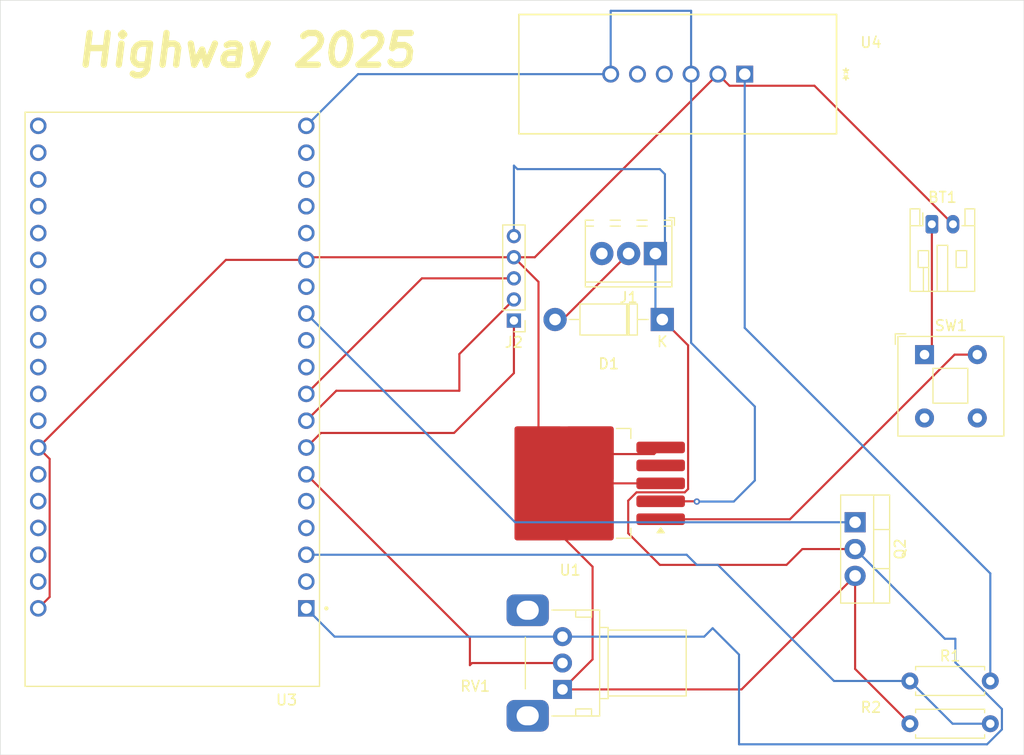
<source format=kicad_pcb>
(kicad_pcb (version 20240108) (generator "pcbnew") (generator_version "8.0")
  (layers (0 "F.Cu" signal) (31 "B.Cu" signal) (34 "B.Paste" user) (35 "F.Paste" user) (36 "B.SilkS" user "B.Silkscreen") (37 "F.SilkS" user "F.Silkscreen") (38 "B.Mask" user) (39 "F.Mask" user) (44 "Edge.Cuts" user))
  (net 0 "")
  (net 1 "Net-(BT1-+)")
  (net 2 "Net-(BT1--)")
  (net 3 "Net-(J2-Pin_3)")
  (net 5 "Net-(D1-A)")
  (net 6 "Net-(D1-K)")
  (net 7 "Net-(U4-VOUT)")
  (net 35 "Net-(J2-Pin_1)")
  (net 36 "Net-(J2-Pin_2)")
  (net 37 "Net-(Q2-G)")
  (net 38 "Net-(U3-SENSOR_VP)")
  (net 39 "Net-(U3-IO35)")
  (net 40 "Net-(SW1-B)")
  (net 41 "Net-(U1-OUT)")
  (footprint "Resistor_THT:R_Axial_DIN0207_L6.3mm_D2.5mm_P7.62mm_Horizontal" (layer "F.Cu") (at 173.69 116.55)
    (property "Reference" "R2" (at -3.69 -1.55 0) (layer "F.SilkS"))
    (property "Value" "15k")
    (fp_line (start 0.54 -1.37) (end 7.08 -1.37) (stroke (width 0.12)) (layer "F.SilkS"))
    (fp_line (start 0.54 -1.04) (end 0.54 -1.37) (stroke (width 0.12)) (layer "F.SilkS"))
    (fp_line (start 0.54 1.04) (end 0.54 1.37) (stroke (width 0.12)) (layer "F.SilkS"))
    (fp_line (start 0.54 1.37) (end 7.08 1.37) (stroke (width 0.12)) (layer "F.SilkS"))
    (fp_line (start 7.08 -1.37) (end 7.08 -1.04) (stroke (width 0.12)) (layer "F.SilkS"))
    (fp_line (start 7.08 1.37) (end 7.08 1.04) (stroke (width 0.12)) (layer "F.SilkS"))
    (pad "1" thru_hole circle (at 0 0) (size 1.6 1.6) (drill 0.8) (layers "*.Cu" "*.Mask") (net 2 "Net-(BT1--)"))
    (pad "2" thru_hole oval (at 7.62 0) (size 1.6 1.6) (drill 0.8) (layers "*.Cu" "*.Mask") (net 38 "Net-(U3-SENSOR_VP)"))
  )
  (footprint "Potentiometer_THT:Potentiometer_Alps_RK09K_Single_Horizontal" (layer "F.Cu") (at 140.775 113.3 180)
    (property "Reference" "RV1" (at 8.275 0.3 0) (layer "F.SilkS"))
    (property "Value" "R_Potentiometer")
    (fp_line (start 3.52 4.944) (end 3.52 0.055) (stroke (width 0.12)) (layer "F.SilkS"))
    (fp_line (start 1 7.521) (end -1.25 7.521) (stroke (width 0.12)) (layer "F.SilkS"))
    (fp_line (start -1.25 -2.52) (end 1 -2.52) (stroke (width 0.12)) (layer "F.SilkS"))
    (fp_line (start -2.75 7.521) (end -3.52 7.521) (stroke (width 0.12)) (layer "F.SilkS"))
    (fp_line (start -2.75 -2.52) (end -3.52 -2.52) (stroke (width 0.12)) (layer "F.SilkS"))
    (fp_line (start -3.52 7.521) (end -3.52 -2.52) (stroke (width 0.12)) (layer "F.SilkS"))
    (fp_line (start -3.52 5.87) (end -4.32 5.87) (stroke (width 0.12)) (layer "F.SilkS"))
    (fp_line (start -3.52 -0.87) (end -4.32 -0.87) (stroke (width 0.12)) (layer "F.SilkS"))
    (fp_line (start -4.32 5.87) (end -4.32 -0.87) (stroke (width 0.12)) (layer "F.SilkS"))
    (fp_line (start -4.32 5.62) (end -11.72 5.62) (stroke (width 0.12)) (layer "F.SilkS"))
    (fp_line (start -4.32 -0.62) (end -11.72 -0.62) (stroke (width 0.12)) (layer "F.SilkS"))
    (fp_line (start -11.72 5.62) (end -11.72 -0.62) (stroke (width 0.12)) (layer "F.SilkS"))
    (fp_rect (start -2.75 6.85) (end -1.25 7.521) (stroke (width 0.12)) (fill none) (layer "F.SilkS"))
    (fp_rect (start -2.75 -2.52) (end -1.25 -1.85) (stroke (width 0.12)) (fill none) (layer "F.SilkS"))
    (pad "1" thru_hole rect (at 0 0) (size 1.8 1.8) (drill 1) (layers "*.Cu" "*.Mask") (net 2 "Net-(BT1--)"))
    (pad "2" thru_hole circle (at 0 2.5) (size 1.8 1.8) (drill 1) (layers "*.Cu" "*.Mask") (net 39 "Net-(U3-IO35)"))
    (pad "3" thru_hole circle (at 0 5) (size 1.8 1.8) (drill 1) (layers "*.Cu" "*.Mask") (net 6 "Net-(D1-K)"))
    (pad "MP" thru_hole roundrect (at 3.3 -2.5) (size 4 3) (drill oval 2.1 1.8) (layers "*.Cu" "*.Mask"))
    (pad "MP" thru_hole roundrect (at 3.3 7.5) (size 4 3) (drill oval 2.1 1.8) (layers "*.Cu" "*.Mask"))
  )
  (footprint "TerminalBlock_Phoenix:TerminalBlock_Phoenix_MPT-0,5-3-2.54_1x03_P2.54mm_Horizontal" (layer "F.Cu") (at 149.58 72 180)
    (property "Reference" "J1" (at 2.54 -4.16 0) (layer "F.SilkS"))
    (property "Value" "DC_Air_Pump")
    (fp_line (start 6.64 -3.16) (end 6.64 3.16) (stroke (width 0.12)) (layer "F.SilkS"))
    (fp_line (start 5.87 3.16) (end 6.64 3.16) (stroke (width 0.12)) (layer "F.SilkS"))
    (fp_line (start 5.87 2.6) (end 6.64 2.6) (stroke (width 0.12)) (layer "F.SilkS"))
    (fp_line (start 3.33 3.16) (end 4.29 3.16) (stroke (width 0.12)) (layer "F.SilkS"))
    (fp_line (start 3.33 2.6) (end 4.29 2.6) (stroke (width 0.12)) (layer "F.SilkS"))
    (fp_line (start 0.79 3.16) (end 1.75 3.16) (stroke (width 0.12)) (layer "F.SilkS"))
    (fp_line (start 0.79 2.6) (end 1.75 2.6) (stroke (width 0.12)) (layer "F.SilkS"))
    (fp_line (start -1.56 3.16) (end -0.79 3.16) (stroke (width 0.12)) (layer "F.SilkS"))
    (fp_line (start -1.56 2.6) (end -0.79 2.6) (stroke (width 0.12)) (layer "F.SilkS"))
    (fp_line (start -1.56 -2.7) (end 6.64 -2.7) (stroke (width 0.12)) (layer "F.SilkS"))
    (fp_line (start -1.56 -3.16) (end 6.64 -3.16) (stroke (width 0.12)) (layer "F.SilkS"))
    (fp_line (start -1.56 -3.16) (end -1.56 3.16) (stroke (width 0.12)) (layer "F.SilkS"))
    (fp_line (start -1.8 3.4) (end -1.3 3.4) (stroke (width 0.12)) (layer "F.SilkS"))
    (fp_line (start -1.8 2.66) (end -1.8 3.4) (stroke (width 0.12)) (layer "F.SilkS"))
    (pad "" np_thru_hole circle (at 0 2.54 180) (size 1.1 1.1) (drill 1.1) (layers "*.Cu" "*.Mask"))
    (pad "" np_thru_hole circle (at 2.54 2.54 180) (size 1.1 1.1) (drill 1.1) (layers "*.Cu" "*.Mask"))
    (pad "" np_thru_hole circle (at 5.08 2.54 180) (size 1.1 1.1) (drill 1.1) (layers "*.Cu" "*.Mask"))
    (pad "1" thru_hole rect (at 0 0 180) (size 2.2 2.2) (drill 1.1) (layers "*.Cu" "*.Mask") (net 6 "Net-(D1-K)"))
    (pad "2" thru_hole circle (at 2.54 0 180) (size 2.2 2.2) (drill 1.1) (layers "*.Cu" "*.Mask") (net 5 "Net-(D1-A)"))
    (pad "3" thru_hole circle (at 5.08 0 180) (size 2.2 2.2) (drill 1.1) (layers "*.Cu" "*.Mask"))
  )
  (footprint "Package_TO_SOT_THT:TO-220-3_Vertical" (layer "F.Cu") (at 168.5 97.46 -90)
    (property "Reference" "Q2" (at 2.54 -4.27 90) (layer "F.SilkS"))
    (property "Value" "IRLZ44N")
    (fp_line (start -2.58 1.371) (end 7.66 1.371) (stroke (width 0.12)) (layer "F.SilkS"))
    (fp_line (start -2.58 -1.76) (end 7.66 -1.76) (stroke (width 0.12)) (layer "F.SilkS"))
    (fp_line (start -2.58 -3.27) (end -2.58 1.371) (stroke (width 0.12)) (layer "F.SilkS"))
    (fp_line (start -2.58 -3.27) (end 7.66 -3.27) (stroke (width 0.12)) (layer "F.SilkS"))
    (fp_line (start 0.69 -3.27) (end 0.69 -1.76) (stroke (width 0.12)) (layer "F.SilkS"))
    (fp_line (start 4.391 -3.27) (end 4.391 -1.76) (stroke (width 0.12)) (layer "F.SilkS"))
    (fp_line (start 7.66 -3.27) (end 7.66 1.371) (stroke (width 0.12)) (layer "F.SilkS"))
    (pad "1" thru_hole rect (at 0 0 270) (size 1.905 2) (drill 1.1) (layers "*.Cu" "*.Mask") (net 37 "Net-(Q2-G)"))
    (pad "2" thru_hole oval (at 2.54 0 270) (size 1.905 2) (drill 1.1) (layers "*.Cu" "*.Mask") (net 6 "Net-(D1-K)"))
    (pad "3" thru_hole oval (at 5.08 0 270) (size 1.905 2) (drill 1.1) (layers "*.Cu" "*.Mask") (net 2 "Net-(BT1--)"))
  )
  (footprint "ESP32_controller:MODULE_ESP32-DEVKITC-32D" (layer "F.Cu") (at 103.8 85.86 180)
    (property "Reference" "U3" (at -10.829175 -28.446045 0) (layer "F.SilkS") (effects (font (size 1.000386 1.000386))))
    (property "Value" "ESP32-DEVKITC-32D")
    (fp_line (start 13.95 27.25) (end -13.95 27.25) (stroke (width 0.127)) (layer "F.SilkS"))
    (fp_line (start 13.95 -27.15) (end 13.95 27.25) (stroke (width 0.127)) (layer "F.SilkS"))
    (fp_line (start -13.95 27.25) (end -13.95 -27.15) (stroke (width 0.127)) (layer "F.SilkS"))
    (fp_line (start -13.95 -27.15) (end 13.95 -27.15) (stroke (width 0.127)) (layer "F.SilkS"))
    (fp_circle (center -14.6 -19.76) (end -14.5 -19.76) (stroke (width 0.2)) (fill none) (layer "F.SilkS"))
    (pad "J2-1" thru_hole rect (at -12.7 -19.76 180) (size 1.56 1.56) (drill 1.04) (layers "*.Cu" "*.Mask") (net 6 "Net-(D1-K)"))
    (pad "J2-2" thru_hole circle (at -12.7 -17.22 180) (size 1.56 1.56) (drill 1.04) (layers "*.Cu" "*.Mask"))
    (pad "J2-3" thru_hole circle (at -12.7 -14.68 180) (size 1.56 1.56) (drill 1.04) (layers "*.Cu" "*.Mask") (net 38 "Net-(U3-SENSOR_VP)"))
    (pad "J2-4" thru_hole circle (at -12.7 -12.14 180) (size 1.56 1.56) (drill 1.04) (layers "*.Cu" "*.Mask"))
    (pad "J2-5" thru_hole circle (at -12.7 -9.6 180) (size 1.56 1.56) (drill 1.04) (layers "*.Cu" "*.Mask"))
    (pad "J2-6" thru_hole circle (at -12.7 -7.06 180) (size 1.56 1.56) (drill 1.04) (layers "*.Cu" "*.Mask") (net 39 "Net-(U3-IO35)"))
    (pad "J2-7" thru_hole circle (at -12.7 -4.52 180) (size 1.56 1.56) (drill 1.04) (layers "*.Cu" "*.Mask") (net 35 "Net-(J2-Pin_1)"))
    (pad "J2-8" thru_hole circle (at -12.7 -1.98 180) (size 1.56 1.56) (drill 1.04) (layers "*.Cu" "*.Mask") (net 36 "Net-(J2-Pin_2)"))
    (pad "J2-9" thru_hole circle (at -12.7 0.56 180) (size 1.56 1.56) (drill 1.04) (layers "*.Cu" "*.Mask") (net 3 "Net-(J2-Pin_3)"))
    (pad "J2-10" thru_hole circle (at -12.7 3.1 180) (size 1.56 1.56) (drill 1.04) (layers "*.Cu" "*.Mask"))
    (pad "J2-11" thru_hole circle (at -12.7 5.64 180) (size 1.56 1.56) (drill 1.04) (layers "*.Cu" "*.Mask"))
    (pad "J2-12" thru_hole circle (at -12.7 8.18 180) (size 1.56 1.56) (drill 1.04) (layers "*.Cu" "*.Mask") (net 37 "Net-(Q2-G)"))
    (pad "J2-13" thru_hole circle (at -12.7 10.72 180) (size 1.56 1.56) (drill 1.04) (layers "*.Cu" "*.Mask"))
    (pad "J2-14" thru_hole circle (at -12.7 13.26 180) (size 1.56 1.56) (drill 1.04) (layers "*.Cu" "*.Mask") (net 2 "Net-(BT1--)"))
    (pad "J2-15" thru_hole circle (at -12.7 15.8 180) (size 1.56 1.56) (drill 1.04) (layers "*.Cu" "*.Mask"))
    (pad "J2-16" thru_hole circle (at -12.7 18.34 180) (size 1.56 1.56) (drill 1.04) (layers "*.Cu" "*.Mask"))
    (pad "J2-17" thru_hole circle (at -12.7 20.88 180) (size 1.56 1.56) (drill 1.04) (layers "*.Cu" "*.Mask"))
    (pad "J2-18" thru_hole circle (at -12.7 23.42 180) (size 1.56 1.56) (drill 1.04) (layers "*.Cu" "*.Mask"))
    (pad "J2-19" thru_hole circle (at -12.7 25.96 180) (size 1.56 1.56) (drill 1.04) (layers "*.Cu" "*.Mask") (net 41 "Net-(U1-OUT)"))
    (pad "J3-1" thru_hole circle (at 12.7 -19.76 180) (size 1.56 1.56) (drill 1.04) (layers "*.Cu" "*.Mask") (net 2 "Net-(BT1--)"))
    (pad "J3-2" thru_hole circle (at 12.7 -17.22 180) (size 1.56 1.56) (drill 1.04) (layers "*.Cu" "*.Mask"))
    (pad "J3-3" thru_hole circle (at 12.7 -14.68 180) (size 1.56 1.56) (drill 1.04) (layers "*.Cu" "*.Mask"))
    (pad "J3-4" thru_hole circle (at 12.7 -12.14 180) (size 1.56 1.56) (drill 1.04) (layers "*.Cu" "*.Mask"))
    (pad "J3-5" thru_hole circle (at 12.7 -9.6 180) (size 1.56 1.56) (drill 1.04) (layers "*.Cu" "*.Mask"))
    (pad "J3-6" thru_hole circle (at 12.7 -7.06 180) (size 1.56 1.56) (drill 1.04) (layers "*.Cu" "*.Mask"))
    (pad "J3-7" thru_hole circle (at 12.7 -4.52 180) (size 1.56 1.56) (drill 1.04) (layers "*.Cu" "*.Mask") (net 2 "Net-(BT1--)"))
    (pad "J3-8" thru_hole circle (at 12.7 -1.98 180) (size 1.56 1.56) (drill 1.04) (layers "*.Cu" "*.Mask"))
    (pad "J3-9" thru_hole circle (at 12.7 0.56 180) (size 1.56 1.56) (drill 1.04) (layers "*.Cu" "*.Mask"))
    (pad "J3-10" thru_hole circle (at 12.7 3.1 180) (size 1.56 1.56) (drill 1.04) (layers "*.Cu" "*.Mask"))
    (pad "J3-11" thru_hole circle (at 12.7 5.64 180) (size 1.56 1.56) (drill 1.04) (layers "*.Cu" "*.Mask"))
    (pad "J3-12" thru_hole circle (at 12.7 8.18 180) (size 1.56 1.56) (drill 1.04) (layers "*.Cu" "*.Mask"))
    (pad "J3-13" thru_hole circle (at 12.7 10.72 180) (size 1.56 1.56) (drill 1.04) (layers "*.Cu" "*.Mask"))
    (pad "J3-14" thru_hole circle (at 12.7 13.26 180) (size 1.56 1.56) (drill 1.04) (layers "*.Cu" "*.Mask"))
    (pad "J3-15" thru_hole circle (at 12.7 15.8 180) (size 1.56 1.56) (drill 1.04) (layers "*.Cu" "*.Mask"))
    (pad "J3-16" thru_hole circle (at 12.7 18.34 180) (size 1.56 1.56) (drill 1.04) (layers "*.Cu" "*.Mask"))
    (pad "J3-17" thru_hole circle (at 12.7 20.88 180) (size 1.56 1.56) (drill 1.04) (layers "*.Cu" "*.Mask"))
    (pad "J3-18" thru_hole circle (at 12.7 23.42 180) (size 1.56 1.56) (drill 1.04) (layers "*.Cu" "*.Mask"))
    (pad "J3-19" thru_hole circle (at 12.7 25.96 180) (size 1.56 1.56) (drill 1.04) (layers "*.Cu" "*.Mask"))
  )
  (footprint "Connector_JST:JST_PH_S2B-PH-K_1x02_P2.00mm_Horizontal" (layer "F.Cu") (at 175.7725 69.2225)
    (property "Reference" "BT1" (at 1 -2.55 0) (layer "F.SilkS"))
    (property "Value" "Battery_Cell")
    (fp_line (start -2.06 -1.46) (end -2.06 6.36) (stroke (width 0.12)) (layer "F.SilkS"))
    (fp_line (start -2.06 0.14) (end -1.14 0.14) (stroke (width 0.12)) (layer "F.SilkS"))
    (fp_line (start -2.06 6.36) (end 4.06 6.36) (stroke (width 0.12)) (layer "F.SilkS"))
    (fp_line (start -1.3 2.5) (end -1.3 4.1) (stroke (width 0.12)) (layer "F.SilkS"))
    (fp_line (start -1.3 4.1) (end -0.3 4.1) (stroke (width 0.12)) (layer "F.SilkS"))
    (fp_line (start -1.14 -1.46) (end -2.06 -1.46) (stroke (width 0.12)) (layer "F.SilkS"))
    (fp_line (start -1.14 0.14) (end -1.14 -1.46) (stroke (width 0.12)) (layer "F.SilkS"))
    (fp_line (start -0.86 0.14) (end -1.14 0.14) (stroke (width 0.12)) (layer "F.SilkS"))
    (fp_line (start -0.86 0.14) (end -0.86 -1.075) (stroke (width 0.12)) (layer "F.SilkS"))
    (fp_line (start -0.8 4.1) (end -0.8 6.36) (stroke (width 0.12)) (layer "F.SilkS"))
    (fp_line (start -0.3 2.5) (end -1.3 2.5) (stroke (width 0.12)) (layer "F.SilkS"))
    (fp_line (start -0.3 4.1) (end -0.3 2.5) (stroke (width 0.12)) (layer "F.SilkS"))
    (fp_line (start -0.3 4.1) (end -0.3 6.36) (stroke (width 0.12)) (layer "F.SilkS"))
    (fp_line (start 0.5 2) (end 1.5 2) (stroke (width 0.12)) (layer "F.SilkS"))
    (fp_line (start 0.5 6.36) (end 0.5 2) (stroke (width 0.12)) (layer "F.SilkS"))
    (fp_line (start 1.5 2) (end 1.5 6.36) (stroke (width 0.12)) (layer "F.SilkS"))
    (fp_line (start 2.3 2.5) (end 3.3 2.5) (stroke (width 0.12)) (layer "F.SilkS"))
    (fp_line (start 2.3 4.1) (end 2.3 2.5) (stroke (width 0.12)) (layer "F.SilkS"))
    (fp_line (start 3.14 -1.46) (end 3.14 0.14) (stroke (width 0.12)) (layer "F.SilkS"))
    (fp_line (start 3.14 0.14) (end 2.86 0.14) (stroke (width 0.12)) (layer "F.SilkS"))
    (fp_line (start 3.3 2.5) (end 3.3 4.1) (stroke (width 0.12)) (layer "F.SilkS"))
    (fp_line (start 3.3 4.1) (end 2.3 4.1) (stroke (width 0.12)) (layer "F.SilkS"))
    (fp_line (start 4.06 -1.46) (end 3.14 -1.46) (stroke (width 0.12)) (layer "F.SilkS"))
    (fp_line (start 4.06 0.14) (end 3.14 0.14) (stroke (width 0.12)) (layer "F.SilkS"))
    (fp_line (start 4.06 6.36) (end 4.06 -1.46) (stroke (width 0.12)) (layer "F.SilkS"))
    (pad "1" thru_hole roundrect (at 0 0) (size 1.2 1.75) (drill 0.75) (layers "*.Cu" "*.Mask") (roundrect_rratio 0.208333) (net 1 "Net-(BT1-+)"))
    (pad "2" thru_hole oval (at 2 0) (size 1.2 1.75) (drill 0.75) (layers "*.Cu" "*.Mask") (net 2 "Net-(BT1--)"))
  )
  (footprint "controller:MPX5010DP_MOT" (layer "F.Cu") (at 158.04 55 180)
    (property "Reference" "U4" (at -11.96 3 0) (layer "F.SilkS"))
    (property "Value" "MPX5010DP")
    (fp_line (start 21.3995 5.6515) (end 21.3995 -5.6515) (stroke (width 0.1524)) (layer "F.SilkS"))
    (fp_line (start 21.3995 -5.6515) (end -8.6995 -5.6515) (stroke (width 0.1524)) (layer "F.SilkS"))
    (fp_line (start -8.6995 5.6515) (end 21.3995 5.6515) (stroke (width 0.1524)) (layer "F.SilkS"))
    (fp_line (start -8.6995 -5.6515) (end -8.6995 5.6515) (stroke (width 0.1524)) (layer "F.SilkS"))
    (fp_text user "*" (at -9.5885 0 0) (layer "F.SilkS"))
    (fp_text user "*" (at -9.5885 0 180) (layer "F.SilkS"))
    (pad "1" thru_hole rect (at 0 0 180) (size 1.6002 1.6002) (drill 1.0922) (layers "*.Cu" "*.Mask") (net 7 "Net-(U4-VOUT)"))
    (pad "2" thru_hole circle (at 2.54 0 180) (size 1.6002 1.6002) (drill 1.0922) (layers "*.Cu" "*.Mask") (net 2 "Net-(BT1--)"))
    (pad "3" thru_hole circle (at 5.08 0 180) (size 1.6002 1.6002) (drill 1.0922) (layers "*.Cu" "*.Mask") (net 41 "Net-(U1-OUT)"))
    (pad "4" thru_hole circle (at 7.62 0 180) (size 1.6002 1.6002) (drill 1.0922) (layers "*.Cu" "*.Mask"))
    (pad "5" thru_hole circle (at 10.16 0 180) (size 1.6002 1.6002) (drill 1.0922) (layers "*.Cu" "*.Mask"))
    (pad "6" thru_hole circle (at 12.7 0 180) (size 1.6002 1.6002) (drill 1.0922) (layers "*.Cu" "*.Mask") (net 41 "Net-(U1-OUT)"))
  )
  (footprint "Connector_PinHeader_2.00mm:PinHeader_1x05_P2.00mm_Vertical" (layer "F.Cu") (at 136.17 78.35 180)
    (property "Reference" "J2" (at 0 -2.06 0) (layer "F.SilkS"))
    (property "Value" "ESP32_Joystick_Module")
    (fp_line (start 1.06 1) (end 1.06 9.06) (stroke (width 0.12)) (layer "F.SilkS"))
    (fp_line (start -1.06 9.06) (end 1.06 9.06) (stroke (width 0.12)) (layer "F.SilkS"))
    (fp_line (start -1.06 1) (end 1.06 1) (stroke (width 0.12)) (layer "F.SilkS"))
    (fp_line (start -1.06 1) (end -1.06 9.06) (stroke (width 0.12)) (layer "F.SilkS"))
    (fp_line (start -1.06 0) (end -1.06 -1.06) (stroke (width 0.12)) (layer "F.SilkS"))
    (fp_line (start -1.06 -1.06) (end 0 -1.06) (stroke (width 0.12)) (layer "F.SilkS"))
    (pad "1" thru_hole rect (at 0 0 180) (size 1.35 1.35) (drill 0.8) (layers "*.Cu" "*.Mask") (net 35 "Net-(J2-Pin_1)"))
    (pad "2" thru_hole oval (at 0 2 180) (size 1.35 1.35) (drill 0.8) (layers "*.Cu" "*.Mask") (net 36 "Net-(J2-Pin_2)"))
    (pad "3" thru_hole oval (at 0 4 180) (size 1.35 1.35) (drill 0.8) (layers "*.Cu" "*.Mask") (net 3 "Net-(J2-Pin_3)"))
    (pad "4" thru_hole oval (at 0 6 180) (size 1.35 1.35) (drill 0.8) (layers "*.Cu" "*.Mask") (net 2 "Net-(BT1--)"))
    (pad "5" thru_hole oval (at 0 8 180) (size 1.35 1.35) (drill 0.8) (layers "*.Cu" "*.Mask") (net 6 "Net-(D1-K)"))
  )
  (footprint "Resistor_THT:R_Axial_DIN0207_L6.3mm_D2.5mm_P7.62mm_Horizontal" (layer "F.Cu") (at 173.69 112.5)
    (property "Reference" "R1" (at 3.81 -2.37 0) (layer "F.SilkS"))
    (property "Value" "10k")
    (fp_line (start 0.54 -1.37) (end 7.08 -1.37) (stroke (width 0.12)) (layer "F.SilkS"))
    (fp_line (start 0.54 -1.04) (end 0.54 -1.37) (stroke (width 0.12)) (layer "F.SilkS"))
    (fp_line (start 0.54 1.04) (end 0.54 1.37) (stroke (width 0.12)) (layer "F.SilkS"))
    (fp_line (start 0.54 1.37) (end 7.08 1.37) (stroke (width 0.12)) (layer "F.SilkS"))
    (fp_line (start 7.08 -1.37) (end 7.08 -1.04) (stroke (width 0.12)) (layer "F.SilkS"))
    (fp_line (start 7.08 1.37) (end 7.08 1.04) (stroke (width 0.12)) (layer "F.SilkS"))
    (pad "1" thru_hole circle (at 0 0) (size 1.6 1.6) (drill 0.8) (layers "*.Cu" "*.Mask") (net 38 "Net-(U3-SENSOR_VP)"))
    (pad "2" thru_hole oval (at 7.62 0) (size 1.6 1.6) (drill 0.8) (layers "*.Cu" "*.Mask") (net 7 "Net-(U4-VOUT)"))
  )
  (footprint "Button_Switch_THT:SW_Push_2P1T_Toggle_CK_PVA1xxH1xxxxxxV2" (layer "F.Cu") (at 175.0775 81.5775)
    (property "Reference" "SW1" (at 2.5 -2.75 0) (layer "F.SilkS"))
    (property "Value" "SW_SPST")
    (fp_line (start -2.77 -0.97) (end -2.77 -1.97) (stroke (width 0.12)) (layer "F.SilkS"))
    (fp_line (start -2.52 7.72) (end -2.52 -1.72) (stroke (width 0.12)) (layer "F.SilkS"))
    (fp_line (start -1.77 -1.97) (end -2.77 -1.97) (stroke (width 0.12)) (layer "F.SilkS"))
    (fp_line (start 0.8 1.3) (end 0.8 4.6) (stroke (width 0.12)) (layer "F.SilkS"))
    (fp_line (start 4.1 1.3) (end 0.8 1.3) (stroke (width 0.12)) (layer "F.SilkS"))
    (fp_line (start 4.1 1.3) (end 4.1 4.6) (stroke (width 0.12)) (layer "F.SilkS"))
    (fp_line (start 4.1 4.6) (end 0.8 4.6) (stroke (width 0.12)) (layer "F.SilkS"))
    (fp_line (start 7.52 -1.72) (end -2.52 -1.72) (stroke (width 0.12)) (layer "F.SilkS"))
    (fp_line (start 7.52 7.72) (end -2.52 7.72) (stroke (width 0.12)) (layer "F.SilkS"))
    (fp_line (start 7.52 7.72) (end 7.52 -1.72) (stroke (width 0.12)) (layer "F.SilkS"))
    (pad "1" thru_hole rect (at 0 0) (size 1.8 1.8) (drill 0.9) (layers "*.Cu" "*.Mask") (net 1 "Net-(BT1-+)"))
    (pad "2" thru_hole circle (at 5 0) (size 1.8 1.8) (drill 0.9) (layers "*.Cu" "*.Mask") (net 40 "Net-(SW1-B)"))
    (pad "3" thru_hole circle (at 0 6) (size 1.8 1.8) (drill 0.9) (layers "*.Cu" "*.Mask"))
    (pad "4" thru_hole circle (at 5 6) (size 1.8 1.8) (drill 0.9) (layers "*.Cu" "*.Mask"))
  )
  (footprint "Diode_THT:D_DO-41_SOD81_P10.16mm_Horizontal" (layer "F.Cu") (at 150.23 78.25 180)
    (property "Reference" "D1" (at 5.08 -4.195 0) (layer "F.SilkS"))
    (property "Value" "1N4007")
    (fp_line (start 8.82 0) (end 7.8 0) (stroke (width 0.12)) (layer "F.SilkS"))
    (fp_line (start 7.8 1.47) (end 7.8 -1.47) (stroke (width 0.12)) (layer "F.SilkS"))
    (fp_line (start 7.8 -1.47) (end 2.36 -1.47) (stroke (width 0.12)) (layer "F.SilkS"))
    (fp_line (start 3.38 -1.47) (end 3.38 1.47) (stroke (width 0.12)) (layer "F.SilkS"))
    (fp_line (start 3.26 -1.47) (end 3.26 1.47) (stroke (width 0.12)) (layer "F.SilkS"))
    (fp_line (start 3.14 -1.47) (end 3.14 1.47) (stroke (width 0.12)) (layer "F.SilkS"))
    (fp_line (start 2.36 1.47) (end 7.8 1.47) (stroke (width 0.12)) (layer "F.SilkS"))
    (fp_line (start 2.36 -1.47) (end 2.36 1.47) (stroke (width 0.12)) (layer "F.SilkS"))
    (fp_line (start 1.34 0) (end 2.36 0) (stroke (width 0.12)) (layer "F.SilkS"))
    (fp_text user "K" (at 0 -2.1 0) (layer "F.SilkS"))
    (pad "1" thru_hole rect (at 0 0 180) (size 2.2 2.2) (drill 1.1) (layers "*.Cu" "*.Mask") (net 6 "Net-(D1-K)"))
    (pad "2" thru_hole oval (at 10.16 0 180) (size 2.2 2.2) (drill 1.1) (layers "*.Cu" "*.Mask") (net 5 "Net-(D1-A)"))
  )
  (footprint "Package_TO_SOT_SMD:TO-263-5_TabPin3" (layer "F.Cu") (at 142.425 93.775 180)
    (property "Reference" "U1" (at 0.925 -8.225 0) (layer "F.SilkS"))
    (property "Value" "LM2596S-5")
    (fp_line (start -3.46 5.2) (end -4.825 5.2) (stroke (width 0.12)) (layer "F.SilkS"))
    (fp_line (start -3.46 -5.2) (end -4.825 -5.2) (stroke (width 0.12)) (layer "F.SilkS"))
    (fp_line (start -4.825 5.2) (end -4.825 4.25) (stroke (width 0.12)) (layer "F.SilkS"))
    (fp_line (start -4.825 -5.2) (end -4.825 -4.25) (stroke (width 0.12)) (layer "F.SilkS"))
    (fp_poly (pts (xy -7.65 -4.21) (xy -7.99 -4.68) (xy -7.31 -4.68) (xy -7.65 -4.21)) (stroke (width 0.12)) (fill solid) (layer "F.SilkS"))
    (pad "1" smd roundrect (at -7.65 -3.4 180) (size 4.6 1.1) (layers "F.Cu" "F.Paste" "F.Mask") (roundrect_rratio 0.227273) (net 40 "Net-(SW1-B)"))
    (pad "2" smd roundrect (at -7.65 -1.7 180) (size 4.6 1.1) (layers "F.Cu" "F.Paste" "F.Mask") (roundrect_rratio 0.227273) (net 41 "Net-(U1-OUT)"))
    (pad "3" smd roundrect (at -7.65 0 180) (size 4.6 1.1) (layers "F.Cu" "F.Paste" "F.Mask") (roundrect_rratio 0.227273) (net 2 "Net-(BT1--)"))
    (pad "3" smd roundrect (at -0.925 -2.775 180) (size 4.55 5.25) (layers "F.Cu" "F.Paste") (roundrect_rratio 0.054945) (net 2 "Net-(BT1--)"))
    (pad "3" smd roundrect (at -0.925 2.775 180) (size 4.55 5.25) (layers "F.Cu" "F.Paste") (roundrect_rratio 0.054945) (net 2 "Net-(BT1--)"))
    (pad "3" smd roundrect (at 1.5 0 180) (size 9.4 10.8) (layers "F.Cu" "F.Mask") (roundrect_rratio 0.026596) (net 2 "Net-(BT1--)"))
    (pad "3" smd roundrect (at 3.925 -2.775 180) (size 4.55 5.25) (layers "F.Cu" "F.Paste") (roundrect_rratio 0.054945) (net 2 "Net-(BT1--)"))
    (pad "3" smd roundrect (at 3.925 2.775 180) (size 4.55 5.25) (layers "F.Cu" "F.Paste") (roundrect_rratio 0.054945) (net 2 "Net-(BT1--)"))
    (pad "4" smd roundrect (at -7.65 1.7 180) (size 4.6 1.1) (layers "F.Cu" "F.Paste" "F.Mask") (roundrect_rratio 0.227273))
    (pad "5" smd roundrect (at -7.65 3.4 180) (size 4.6 1.1) (layers "F.Cu" "F.Paste" "F.Mask") (roundrect_rratio 0.227273) (net 2 "Net-(BT1--)"))
  )
  (gr_rect (start 87.5 48) (end 184.5 119.5) (stroke (width 0.05)) (fill none) (layer "Edge.Cuts"))
  (gr_text "Highway 2025" (at 94.5 54.5 0) (layer "F.SilkS") (effects (font (size 3 3) (thickness 0.6) (bold yes) (italic yes)) (justify left bottom)))
  (segment (start 175.7725 69.2225) (end 175.7725 80.8825) (width 0.2) (layer "F.Cu") (net 1))
  (segment (start 175.7725 80.8825) (end 175.0775 81.5775) (width 0.2) (layer "F.Cu") (net 1))
  (segment (start 138.5 74.68) (end 138.5 91) (width 0.2) (layer "F.Cu") (net 2))
  (segment (start 143.625 101.675) (end 143.625 110.45) (width 0.2) (layer "F.Cu") (net 2))
  (segment (start 157.74 113.3) (end 168.5 102.54) (width 0.2) (layer "F.Cu") (net 2))
  (segment (start 116.5 72.6) (end 108.88 72.6) (width 0.2) (layer "F.Cu") (net 2))
  (segment (start 108.88 72.6) (end 91.1 90.38) (width 0.2) (layer "F.Cu") (net 2))
  (segment (start 156.6001 56.1001) (end 155.5 55) (width 0.2) (layer "F.Cu") (net 2))
  (segment (start 168.5 102.54) (end 168.5 111.36) (width 0.2) (layer "F.Cu") (net 2))
  (segment (start 138.5 96.55) (end 143.625 101.675) (width 0.2) (layer "F.Cu") (net 2))
  (segment (start 116.75 72.35) (end 116.5 72.6) (width 0.2) (layer "F.Cu") (net 2))
  (segment (start 177.7725 69.2225) (end 164.6501 56.1001) (width 0.2) (layer "F.Cu") (net 2))
  (segment (start 138.5 91) (end 149.45 91) (width 0.2) (layer "F.Cu") (net 2))
  (segment (start 143.625 110.45) (end 140.775 113.3) (width 0.2) (layer "F.Cu") (net 2))
  (segment (start 164.6501 56.1001) (end 156.6001 56.1001) (width 0.2) (layer "F.Cu") (net 2))
  (segment (start 155.5 55) (end 138.15 72.35) (width 0.2) (layer "F.Cu") (net 2))
  (segment (start 149.45 91) (end 150.075 90.375) (width 0.2) (layer "F.Cu") (net 2))
  (segment (start 92.18 104.54) (end 91.1 105.62) (width 0.2) (layer "F.Cu") (net 2))
  (segment (start 168.5 111.36) (end 173.69 116.55) (width 0.2) (layer "F.Cu") (net 2))
  (segment (start 136.17 72.35) (end 138.5 74.68) (width 0.2) (layer "F.Cu") (net 2))
  (segment (start 136.17 72.35) (end 116.75 72.35) (width 0.2) (layer "F.Cu") (net 2))
  (segment (start 140.775 113.3) (end 157.74 113.3) (width 0.2) (layer "F.Cu") (net 2))
  (segment (start 140.925 93.775) (end 150.075 93.775) (width 0.2) (layer "F.Cu") (net 2))
  (segment (start 91.1 90.38) (end 92.18 91.46) (width 0.2) (layer "F.Cu") (net 2))
  (segment (start 92.18 91.46) (end 92.18 104.54) (width 0.2) (layer "F.Cu") (net 2))
  (segment (start 138.15 72.35) (end 136.17 72.35) (width 0.2) (layer "F.Cu") (net 2))
  (segment (start 116.5 85.3) (end 127.45 74.35) (width 0.2) (layer "F.Cu") (net 3))
  (segment (start 127.45 74.35) (end 136.17 74.35) (width 0.2) (layer "F.Cu") (net 3))
  (segment (start 140.07 78.25) (end 140.79 78.25) (width 0.2) (layer "F.Cu") (net 5))
  (segment (start 140.79 78.25) (end 147.04 72) (width 0.2) (layer "F.Cu") (net 5))
  (segment (start 168.5 100) (end 163.5 100) (width 0.2) (layer "F.Cu") (net 6))
  (segment (start 150 101.5) (end 147 98.5) (width 0.2) (layer "F.Cu") (net 6))
  (segment (start 147 95.415256) (end 147.790256 94.625) (width 0.2) (layer "F.Cu") (net 6))
  (segment (start 147.790256 94.625) (end 152.359744 94.625) (width 0.2) (layer "F.Cu") (net 6))
  (segment (start 152.675 80.695) (end 150.23 78.25) (width 0.2) (layer "F.Cu") (net 6))
  (segment (start 152.359744 94.625) (end 152.675 94.309744) (width 0.2) (layer "F.Cu") (net 6))
  (segment (start 147 98.5) (end 147 95.415256) (width 0.2) (layer "F.Cu") (net 6))
  (segment (start 152.675 94.309744) (end 152.675 80.695) (width 0.2) (layer "F.Cu") (net 6))
  (segment (start 163.5 100) (end 162 101.5) (width 0.2) (layer "F.Cu") (net 6))
  (segment (start 162 101.5) (end 150 101.5) (width 0.2) (layer "F.Cu") (net 6))
  (segment (start 119.18 108.3) (end 116.5 105.62) (width 0.2) (layer "B.Cu") (net 6))
  (segment (start 136.5 64) (end 150 64) (width 0.2) (layer "B.Cu") (net 6))
  (segment (start 177 108.5) (end 168.5 100) (width 0.2) (layer "B.Cu") (net 6))
  (segment (start 182.41 117.09) (end 182.41 115.155635) (width 0.2) (layer "B.Cu") (net 6))
  (segment (start 149.58 77.6) (end 150.23 78.25) (width 0.2) (layer "B.Cu") (net 6))
  (segment (start 154.2 108.3) (end 155 107.5) (width 0.2) (layer "B.Cu") (net 6))
  (segment (start 140.775 108.3) (end 119.18 108.3) (width 0.2) (layer "B.Cu") (net 6))
  (segment (start 140.775 108.3) (end 154.2 108.3) (width 0.2) (layer "B.Cu") (net 6))
  (segment (start 157.5 110) (end 157.5 118.5) (width 0.2) (layer "B.Cu") (net 6))
  (segment (start 150 64) (end 150.48 64.48) (width 0.2) (layer "B.Cu") (net 6))
  (segment (start 150.48 71.1) (end 149.58 72) (width 0.2) (layer "B.Cu") (net 6))
  (segment (start 157.5 118.5) (end 181 118.5) (width 0.2) (layer "B.Cu") (net 6))
  (segment (start 150.48 64.48) (end 150.48 71.1) (width 0.2) (layer "B.Cu") (net 6))
  (segment (start 149.58 72) (end 149.58 77.6) (width 0.2) (layer "B.Cu") (net 6))
  (segment (start 181 118.5) (end 182.41 117.09) (width 0.2) (layer "B.Cu") (net 6))
  (segment (start 178 108.5) (end 177 108.5) (width 0.2) (layer "B.Cu") (net 6))
  (segment (start 155 107.5) (end 157.5 110) (width 0.2) (layer "B.Cu") (net 6))
  (segment (start 136.17 70.35) (end 136.17 63.67) (width 0.2) (layer "B.Cu") (net 6))
  (segment (start 178 110.745635) (end 178 108.5) (width 0.2) (layer "B.Cu") (net 6))
  (segment (start 182.41 115.155635) (end 178 110.745635) (width 0.2) (layer "B.Cu") (net 6))
  (segment (start 136.17 63.67) (end 136.5 64) (width 0.2) (layer "B.Cu") (net 6))
  (segment (start 158.04 79.04) (end 158.04 55) (width 0.2) (layer "B.Cu") (net 7))
  (segment (start 181.31 112.5) (end 181.31 102.31) (width 0.2) (layer "B.Cu") (net 7))
  (segment (start 181.31 102.31) (end 158.04 79.04) (width 0.2) (layer "B.Cu") (net 7))
  (segment (start 117.88 89) (end 130.5 89) (width 0.2) (layer "F.Cu") (net 35))
  (segment (start 130.5 89) (end 136.17 83.33) (width 0.2) (layer "F.Cu") (net 35))
  (segment (start 116.5 90.38) (end 117.88 89) (width 0.2) (layer "F.Cu") (net 35))
  (segment (start 136.17 83.33) (end 136.17 78.35) (width 0.2) (layer "F.Cu") (net 35))
  (segment (start 131 85) (end 131 81.52) (width 0.2) (layer "F.Cu") (net 36))
  (segment (start 116.5 87.84) (end 119.34 85) (width 0.2) (layer "F.Cu") (net 36))
  (segment (start 119.34 85) (end 131 85) (width 0.2) (layer "F.Cu") (net 36))
  (segment (start 131 81.52) (end 136.17 76.35) (width 0.2) (layer "F.Cu") (net 36))
  (segment (start 136.28 97.46) (end 168.5 97.46) (width 0.2) (layer "B.Cu") (net 37))
  (segment (start 116.5 77.68) (end 136.28 97.46) (width 0.2) (layer "B.Cu") (net 37))
  (segment (start 153.5 101.5) (end 152.54 100.54) (width 0.2) (layer "B.Cu") (net 38))
  (segment (start 166.5 112.5) (end 155.5 101.5) (width 0.2) (layer "B.Cu") (net 38))
  (segment (start 152.54 100.54) (end 116.5 100.54) (width 0.2) (layer "B.Cu") (net 38))
  (segment (start 181.31 116.55) (end 177.74 116.55) (width 0.2) (layer "B.Cu") (net 38))
  (segment (start 173.69 112.5) (end 166.5 112.5) (width 0.2) (layer "B.Cu") (net 38))
  (segment (start 177.74 116.55) (end 173.69 112.5) (width 0.2) (layer "B.Cu") (net 38))
  (segment (start 155.5 101.5) (end 153.5 101.5) (width 0.2) (layer "B.Cu") (net 38))
  (segment (start 132 108.42) (end 132 111) (width 0.2) (layer "F.Cu") (net 39))
  (segment (start 132 111) (end 132.2 110.8) (width 0.2) (layer "F.Cu") (net 39))
  (segment (start 116.5 92.92) (end 132 108.42) (width 0.2) (layer "F.Cu") (net 39))
  (segment (start 132.2 110.8) (end 140.775 110.8) (width 0.2) (layer "F.Cu") (net 39))
  (segment (start 177.9225 81.5775) (end 162.325 97.175) (width 0.2) (layer "F.Cu") (net 40))
  (segment (start 180.0775 81.5775) (end 177.9225 81.5775) (width 0.2) (layer "F.Cu") (net 40))
  (segment (start 162.325 97.175) (end 150.075 97.175) (width 0.2) (layer "F.Cu") (net 40))
  (segment (start 153.475 95.475) (end 150.075 95.475) (width 0.2) (layer "F.Cu") (net 41))
  (segment (start 153.5 95.5) (end 153.475 95.475) (width 0.2) (layer "F.Cu") (net 41))
  (via (at 153.5 95.5) (size 0.6) (drill 0.3) (layers "F.Cu" "B.Cu") (net 41))
  (segment (start 145.34 49) (end 152.96 49) (width 0.2) (layer "B.Cu") (net 41))
  (segment (start 157 95.5) (end 153.5 95.5) (width 0.2) (layer "B.Cu") (net 41))
  (segment (start 152.96 80.46) (end 159 86.5) (width 0.2) (layer "B.Cu") (net 41))
  (segment (start 159 86.5) (end 159 93.5) (width 0.2) (layer "B.Cu") (net 41))
  (segment (start 145.34 55) (end 145.34 49) (width 0.2) (layer "B.Cu") (net 41))
  (segment (start 152.96 55) (end 152.96 80.46) (width 0.2) (layer "B.Cu") (net 41))
  (segment (start 121.4 55) (end 116.5 59.9) (width 0.2) (layer "B.Cu") (net 41))
  (segment (start 152.96 49) (end 152.96 55) (width 0.2) (layer "B.Cu") (net 41))
  (segment (start 159 93.5) (end 157 95.5) (width 0.2) (layer "B.Cu") (net 41))
  (segment (start 145.34 55) (end 121.4 55) (width 0.2) (layer "B.Cu") (net 41))
)
</source>
